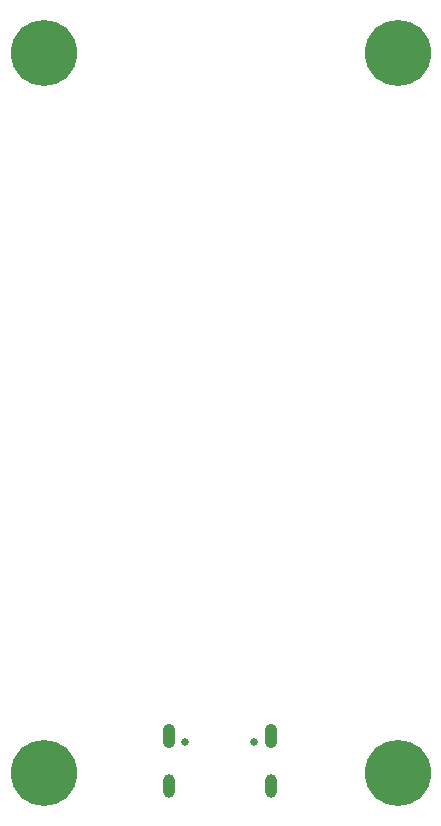
<source format=gbr>
%TF.GenerationSoftware,KiCad,Pcbnew,7.0.7*%
%TF.CreationDate,2023-08-28T22:10:07-07:00*%
%TF.ProjectId,Untitled,556e7469-746c-4656-942e-6b696361645f,rev?*%
%TF.SameCoordinates,Original*%
%TF.FileFunction,Soldermask,Bot*%
%TF.FilePolarity,Negative*%
%FSLAX46Y46*%
G04 Gerber Fmt 4.6, Leading zero omitted, Abs format (unit mm)*
G04 Created by KiCad (PCBNEW 7.0.7) date 2023-08-28 22:10:07*
%MOMM*%
%LPD*%
G01*
G04 APERTURE LIST*
%ADD10C,5.600000*%
%ADD11C,0.650000*%
%ADD12O,1.050000X2.100000*%
%ADD13O,1.000000X2.000000*%
G04 APERTURE END LIST*
D10*
%TO.C,H1*%
X145000000Y-74000000D03*
%TD*%
%TO.C,H4*%
X175000000Y-135000000D03*
%TD*%
%TO.C,H2*%
X175000000Y-74000000D03*
%TD*%
D11*
%TO.C,J1*%
X157010000Y-132385000D03*
X162790000Y-132385000D03*
D12*
X155580000Y-131885000D03*
D13*
X155580000Y-136065000D03*
X164220000Y-136065000D03*
D12*
X164220000Y-131885000D03*
%TD*%
D10*
%TO.C,H3*%
X145000000Y-135000000D03*
%TD*%
M02*

</source>
